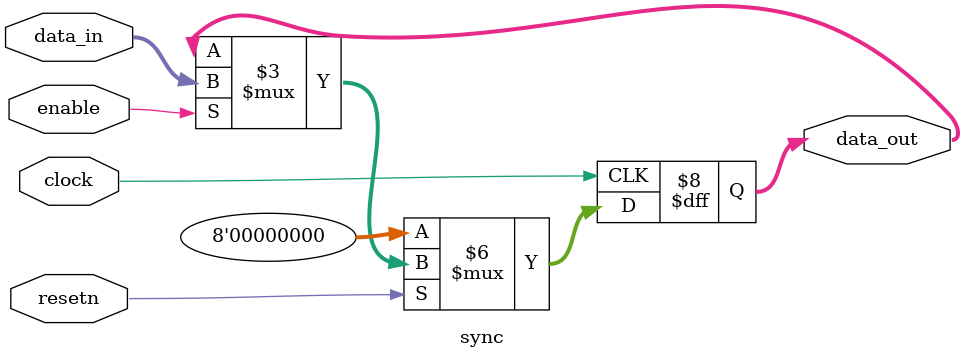
<source format=v>
`timescale 1ns/1ps

module sync(
    input clock,
    input resetn,
    input enable,
    input [7:0] data_in,
    output reg [7:0] data_out
);
    
    always @(posedge clock) begin
        if (!resetn) begin
            data_out <= 8'h0;
        end else if (enable) begin
            data_out <= data_in;
        end
        // If enable is low, data_out holds its current value
    end
    
endmodule
</source>
